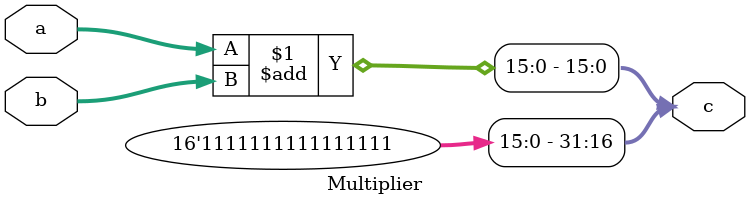
<source format=v>
`timescale 1ns / 1ps

// THIS IS NOT A MULTIPLIER
// I am too lazy to go change the name.

module Multiplier(
    input [15:0] a,
    input [15:0] b,
    output [31:0] c
    );
    
    // add two 16bit numbers and extend with 1's
    assign c = {16'hffff, a + b}; 
endmodule

</source>
